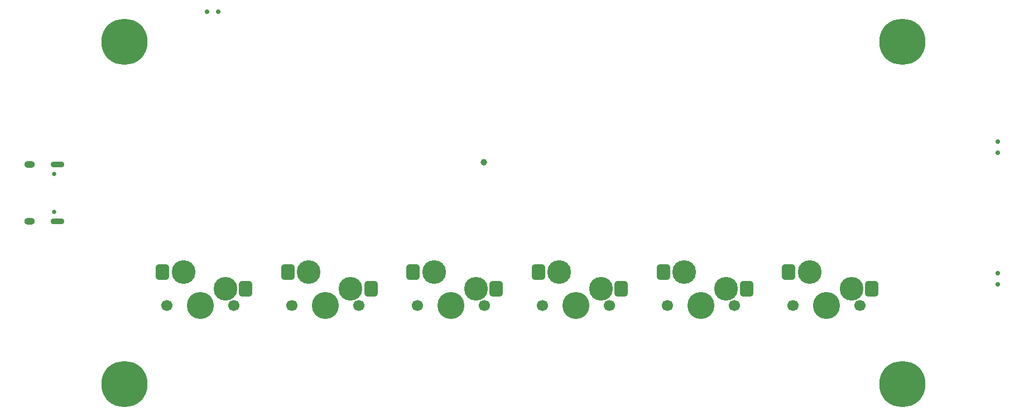
<source format=gts>
G04 #@! TF.GenerationSoftware,KiCad,Pcbnew,6.0.7-f9a2dced07~116~ubuntu22.04.1*
G04 #@! TF.CreationDate,2022-09-04T10:12:19-07:00*
G04 #@! TF.ProjectId,keypad-base-rp2040,6b657970-6164-42d6-9261-73652d727032,Jun2021*
G04 #@! TF.SameCoordinates,PX55fe290PY71d9820*
G04 #@! TF.FileFunction,Soldermask,Top*
G04 #@! TF.FilePolarity,Negative*
%FSLAX46Y46*%
G04 Gerber Fmt 4.6, Leading zero omitted, Abs format (unit mm)*
G04 Created by KiCad (PCBNEW 6.0.7-f9a2dced07~116~ubuntu22.04.1) date 2022-09-04 10:12:19*
%MOMM*%
%LPD*%
G01*
G04 APERTURE LIST*
G04 Aperture macros list*
%AMRoundRect*
0 Rectangle with rounded corners*
0 $1 Rounding radius*
0 $2 $3 $4 $5 $6 $7 $8 $9 X,Y pos of 4 corners*
0 Add a 4 corners polygon primitive as box body*
4,1,4,$2,$3,$4,$5,$6,$7,$8,$9,$2,$3,0*
0 Add four circle primitives for the rounded corners*
1,1,$1+$1,$2,$3*
1,1,$1+$1,$4,$5*
1,1,$1+$1,$6,$7*
1,1,$1+$1,$8,$9*
0 Add four rect primitives between the rounded corners*
20,1,$1+$1,$2,$3,$4,$5,0*
20,1,$1+$1,$4,$5,$6,$7,0*
20,1,$1+$1,$6,$7,$8,$9,0*
20,1,$1+$1,$8,$9,$2,$3,0*%
G04 Aperture macros list end*
%ADD10C,4.100000*%
%ADD11C,1.700000*%
%ADD12RoundRect,0.512500X-0.512500X-0.687500X0.512500X-0.687500X0.512500X0.687500X-0.512500X0.687500X0*%
%ADD13C,3.600000*%
%ADD14C,1.000000*%
%ADD15C,0.700000*%
%ADD16C,0.650000*%
%ADD17O,2.100000X0.900000*%
%ADD18O,1.600000X1.000000*%
%ADD19C,7.000000*%
G04 APERTURE END LIST*
D10*
G04 #@! TO.C,SW1*
X28830000Y19380000D03*
D11*
X23750000Y19380000D03*
X33910000Y19380000D03*
D12*
X23130000Y24455000D03*
D13*
X26290000Y24460000D03*
X32640000Y21920000D03*
D12*
X35730000Y21920000D03*
G04 #@! TD*
D11*
G04 #@! TO.C,SW2*
X52910000Y19380000D03*
D10*
X47830000Y19380000D03*
D11*
X42750000Y19380000D03*
D13*
X45290000Y24460000D03*
D12*
X42130000Y24455000D03*
D13*
X51640000Y21920000D03*
D12*
X54730000Y21920000D03*
G04 #@! TD*
D11*
G04 #@! TO.C,SW3*
X71910000Y19380000D03*
D10*
X66830000Y19380000D03*
D11*
X61750000Y19380000D03*
D13*
X64290000Y24460000D03*
D12*
X61130000Y24455000D03*
D13*
X70640000Y21920000D03*
D12*
X73730000Y21920000D03*
G04 #@! TD*
D10*
G04 #@! TO.C,SW4*
X85830000Y19380000D03*
D11*
X90910000Y19380000D03*
X80750000Y19380000D03*
D13*
X83290000Y24460000D03*
D12*
X80130000Y24455000D03*
X92730000Y21920000D03*
D13*
X89640000Y21920000D03*
G04 #@! TD*
D11*
G04 #@! TO.C,SW5*
X99750000Y19380000D03*
D10*
X104830000Y19380000D03*
D11*
X109910000Y19380000D03*
D12*
X99130000Y24455000D03*
D13*
X102290000Y24460000D03*
X108640000Y21920000D03*
D12*
X111730000Y21920000D03*
G04 #@! TD*
D11*
G04 #@! TO.C,SW6*
X118750000Y19380000D03*
D10*
X123830000Y19380000D03*
D11*
X128910000Y19380000D03*
D12*
X118130000Y24455000D03*
D13*
X121290000Y24460000D03*
X127640000Y21920000D03*
D12*
X130730000Y21920000D03*
G04 #@! TD*
D14*
G04 #@! TO.C,TP1*
X71882000Y41148000D03*
G04 #@! TD*
D15*
G04 #@! TO.C,SW8*
X149830000Y44330000D03*
X149830000Y42630000D03*
G04 #@! TD*
G04 #@! TO.C,SW7*
X149830000Y24330000D03*
X149830000Y22630000D03*
G04 #@! TD*
D16*
G04 #@! TO.C,J1*
X6640000Y39370000D03*
X6640000Y33590000D03*
D17*
X7140000Y40800000D03*
D18*
X2960000Y32160000D03*
X2960000Y40800000D03*
D17*
X7140000Y32160000D03*
G04 #@! TD*
D19*
G04 #@! TO.C,H2*
X135330000Y7480000D03*
G04 #@! TD*
G04 #@! TO.C,H3*
X135330000Y59480000D03*
G04 #@! TD*
G04 #@! TO.C,H4*
X17330000Y59480000D03*
G04 #@! TD*
G04 #@! TO.C,H5*
X17330000Y7480000D03*
G04 #@! TD*
D15*
G04 #@! TO.C,SW9*
X29884000Y64000000D03*
X31584000Y64000000D03*
G04 #@! TD*
M02*

</source>
